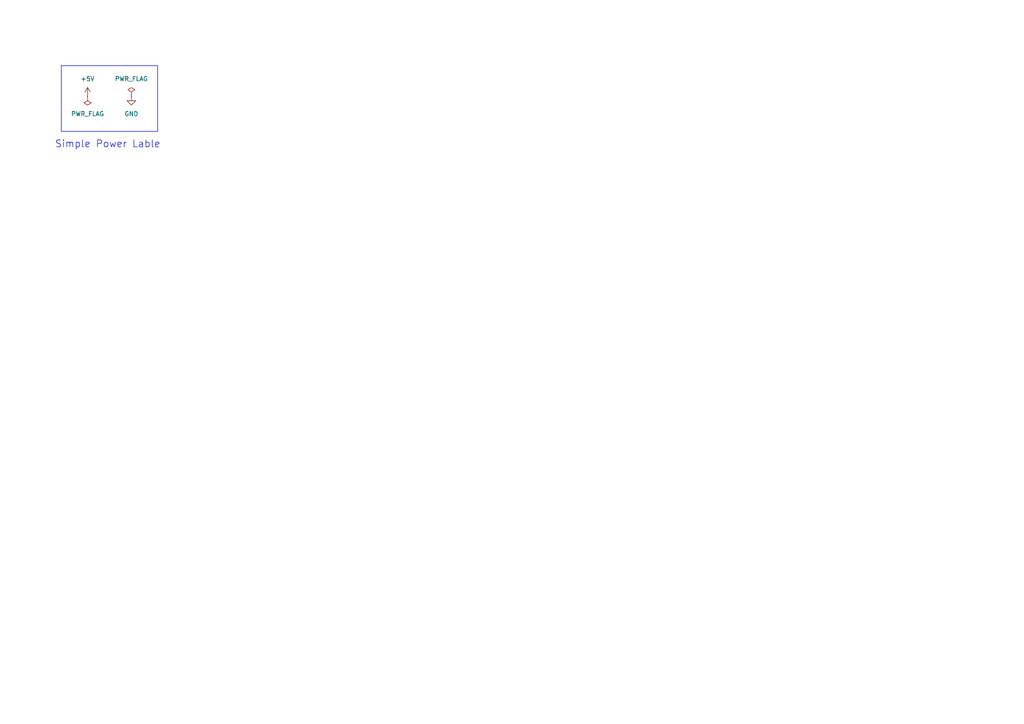
<source format=kicad_sch>
(kicad_sch (version 20250114) (generator "eeschema") (generator_version "9.0")
  (paper "A4")
  (lib_symbols
    (symbol "power:+5V" (power) (pin_numbers (hide yes)) (pin_names (offset 0) (hide yes))
      (property "Value" "+5V" (at 0 3.556 0))
      (symbol "+5V_0_1"
        (polyline (pts (xy -0.762 1.27) (xy 0 2.54)))
        (polyline (pts (xy 0 2.54) (xy 0.762 1.27)))
        (polyline (pts (xy 0 0) (xy 0 2.54)))
      )
      (symbol "+5V_1_1"
        (pin power_in line (at 0 0 90) (length 0) (name "~") (number "1"))
      )
    )
    (symbol "power:GND" (power) (pin_numbers (hide yes)) (pin_names (offset 0) (hide yes))
      (property "Value" "GND" (at 0 -3.81 0))
      (symbol "GND_0_1"
        (polyline (pts (xy 0 0) (xy 0 -1.27) (xy 1.27 -1.27) (xy 0 -2.54) (xy -1.27 -1.27) (xy 0 -1.27)))
      )
      (symbol "GND_1_1"
        (pin power_in line (at 0 0 270) (length 0) (name "~") (number "1"))
      )
    )
    (symbol "power:PWR_FLAG" (power) (pin_numbers (hide yes)) (pin_names (offset 0) (hide yes))
      (property "Value" "PWR_FLAG" (at 0 3.81 0))
      (symbol "PWR_FLAG_0_0"
        (pin power_out line (at 0 0 90) (length 0) (name "~") (number "1"))
      )
      (symbol "PWR_FLAG_0_1"
        (polyline (pts (xy 0 0) (xy 0 1.27) (xy -1.016 1.905) (xy 0 2.54) (xy 1.016 1.905) (xy 0 1.27)))
      )
    )
  )
  (rectangle (start 17.78 19.05) (end 45.72 38.1))
  (text "Simple Power Lable" (at 31.242 41.91 0) (effects (font (size 2.032 2.032))))
  (symbol (lib_id "power:+5V") (at 25.4 27.94 0) (unit 1)
    (property "Reference" "#PWR02" (effects (hide yes)))
    (property "Value" "+5V" (at 25.4 22.86 0))
    (property "Description" "Power symbol creates a global label with name \"+5V\"" (effects (hide yes)))
  )
  (symbol (lib_id "power:PWR_FLAG") (at 25.4 27.94 180) (unit 1)
    (property "Reference" "#FLG01" (effects (hide yes)))
    (property "Value" "PWR_FLAG" (at 25.4 33.02 0))
    (property "Description" "Special symbol for telling ERC where power comes from" (effects (hide yes)))
  )
  (symbol (lib_id "power:GND") (at 38.1 27.94 0) (unit 1)
    (property "Reference" "#PWR04" (effects (hide yes)))
    (property "Value" "GND" (at 38.1 33.02 0))
    (property "Description" "Power symbol creates a global label with name \"GND\" , ground" (effects (hide yes)))
  )
  (symbol (lib_id "power:PWR_FLAG") (at 38.1 27.94 0) (unit 1)
    (property "Reference" "#FLG02" (effects (hide yes)))
    (property "Value" "PWR_FLAG" (at 38.1 22.86 0))
    (property "Description" "Special symbol for telling ERC where power comes from" (effects (hide yes)))
  )
)
</source>
